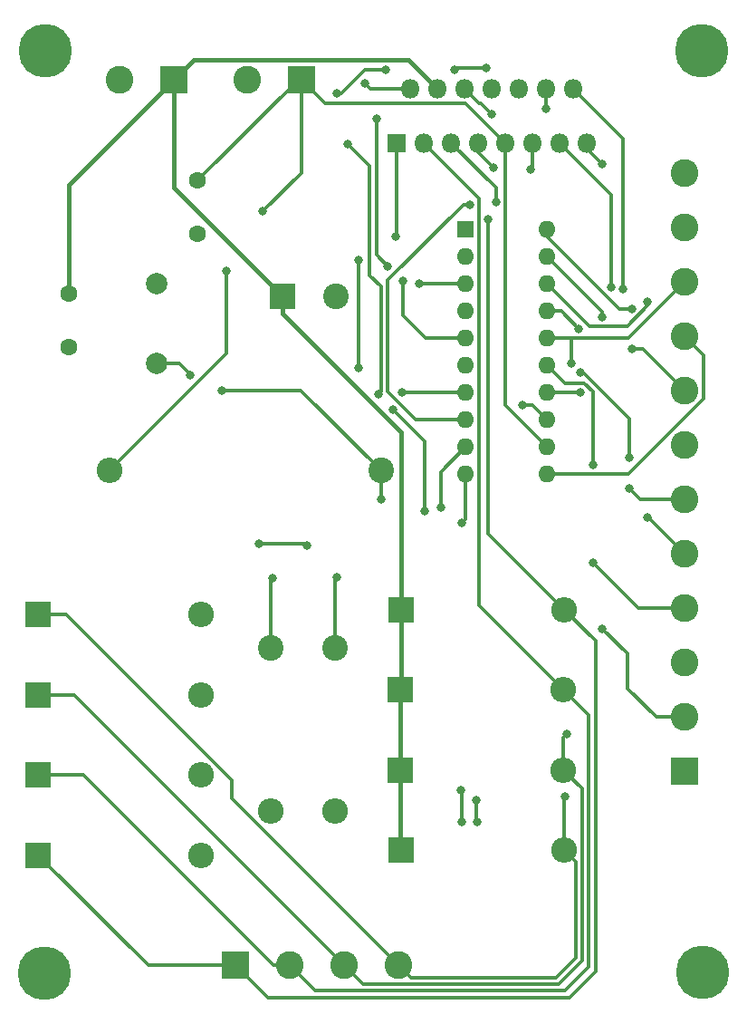
<source format=gbr>
%TF.GenerationSoftware,KiCad,Pcbnew,(7.0.0)*%
%TF.CreationDate,2023-04-19T19:54:13+02:00*%
%TF.ProjectId,steper_motor_controller,73746570-6572-45f6-9d6f-746f725f636f,REV1*%
%TF.SameCoordinates,Original*%
%TF.FileFunction,Copper,L1,Top*%
%TF.FilePolarity,Positive*%
%FSLAX46Y46*%
G04 Gerber Fmt 4.6, Leading zero omitted, Abs format (unit mm)*
G04 Created by KiCad (PCBNEW (7.0.0)) date 2023-04-19 19:54:13*
%MOMM*%
%LPD*%
G01*
G04 APERTURE LIST*
%TA.AperFunction,ComponentPad*%
%ADD10C,5.000000*%
%TD*%
%TA.AperFunction,ComponentPad*%
%ADD11R,2.400000X2.400000*%
%TD*%
%TA.AperFunction,ComponentPad*%
%ADD12O,2.400000X2.400000*%
%TD*%
%TA.AperFunction,ComponentPad*%
%ADD13R,2.600000X2.600000*%
%TD*%
%TA.AperFunction,ComponentPad*%
%ADD14C,2.600000*%
%TD*%
%TA.AperFunction,ComponentPad*%
%ADD15C,1.600000*%
%TD*%
%TA.AperFunction,ComponentPad*%
%ADD16C,2.000000*%
%TD*%
%TA.AperFunction,ComponentPad*%
%ADD17R,1.800000X1.800000*%
%TD*%
%TA.AperFunction,ComponentPad*%
%ADD18O,1.800000X1.800000*%
%TD*%
%TA.AperFunction,ComponentPad*%
%ADD19C,2.400000*%
%TD*%
%TA.AperFunction,ComponentPad*%
%ADD20R,1.600000X1.600000*%
%TD*%
%TA.AperFunction,ComponentPad*%
%ADD21O,1.600000X1.600000*%
%TD*%
%TA.AperFunction,ViaPad*%
%ADD22C,0.800000*%
%TD*%
%TA.AperFunction,Conductor*%
%ADD23C,0.310000*%
%TD*%
%TA.AperFunction,Conductor*%
%ADD24C,0.400000*%
%TD*%
G04 APERTURE END LIST*
D10*
%TO.P,,1*%
%TO.N,N/C*%
X181994500Y-137024500D03*
%TD*%
%TO.P,,1*%
%TO.N,N/C*%
X120465500Y-137044500D03*
%TD*%
%TO.P,,1*%
%TO.N,N/C*%
X181934500Y-50905500D03*
%TD*%
%TO.P,REF\u002A\u002A,1*%
%TO.N,N/C*%
X120575530Y-50895530D03*
%TD*%
D11*
%TO.P,D3,1,K*%
%TO.N,VS*%
X153759999Y-118083331D03*
D12*
%TO.P,D3,2,A*%
%TO.N,Net-(D3-A)*%
X168999999Y-118083331D03*
%TD*%
D13*
%TO.P,J3,1,Pin_1*%
%TO.N,GND*%
X180319999Y-118239999D03*
D14*
%TO.P,J3,2,Pin_2*%
%TO.N,/HALF*%
X180320000Y-113160000D03*
%TO.P,J3,3,Pin_3*%
%TO.N,/HOME*%
X180320000Y-108080000D03*
%TO.P,J3,4,Pin_4*%
%TO.N,/Vref*%
X180320000Y-103000000D03*
%TO.P,J3,5,Pin_5*%
%TO.N,/CLK*%
X180320000Y-97920000D03*
%TO.P,J3,6,Pin_6*%
%TO.N,/CW*%
X180320000Y-92840000D03*
%TO.P,J3,7,Pin_7*%
%TO.N,/ENA*%
X180320000Y-87760000D03*
%TO.P,J3,8,Pin_8*%
%TO.N,/RESET*%
X180320000Y-82680000D03*
%TO.P,J3,9,Pin_9*%
%TO.N,/CTRL*%
X180320000Y-77600000D03*
%TO.P,J3,10,Pin_10*%
%TO.N,/OSC*%
X180320000Y-72520000D03*
%TO.P,J3,11,Pin_11*%
%TO.N,/SYNC*%
X180320000Y-67440000D03*
%TO.P,J3,12,Pin_12*%
%TO.N,unconnected-(J3-Pin_12-Pad12)*%
X180320000Y-62360000D03*
%TD*%
D15*
%TO.P,C2,1*%
%TO.N,VSS*%
X134750000Y-63030000D03*
%TO.P,C2,2*%
%TO.N,GND*%
X134750000Y-68030000D03*
%TD*%
D13*
%TO.P,J1,1,Pin_1*%
%TO.N,VS*%
X132534999Y-53624999D03*
D14*
%TO.P,J1,2,Pin_2*%
%TO.N,GND*%
X127455000Y-53625000D03*
%TD*%
D11*
%TO.P,D8,1,K*%
%TO.N,Net-(D4-A)*%
X119869999Y-103559999D03*
D12*
%TO.P,D8,2,A*%
%TO.N,GND*%
X135109999Y-103559999D03*
%TD*%
D11*
%TO.P,D1,1,K*%
%TO.N,VS*%
X153769999Y-103089999D03*
D12*
%TO.P,D1,2,A*%
%TO.N,Net-(D1-A)*%
X169009999Y-103089999D03*
%TD*%
D11*
%TO.P,D5,1,K*%
%TO.N,Net-(D1-A)*%
X119869999Y-126049999D03*
D12*
%TO.P,D5,2,A*%
%TO.N,GND*%
X135109999Y-126049999D03*
%TD*%
D11*
%TO.P,D7,1,K*%
%TO.N,Net-(D3-A)*%
X119869999Y-111078749D03*
D12*
%TO.P,D7,2,A*%
%TO.N,GND*%
X135109999Y-111078749D03*
%TD*%
D16*
%TO.P,C1,1*%
%TO.N,/OSC*%
X130940000Y-80120000D03*
%TO.P,C1,2*%
%TO.N,GND*%
X130940000Y-72620000D03*
%TD*%
D15*
%TO.P,C3,1*%
%TO.N,VS*%
X122720000Y-73600000D03*
%TO.P,C3,2*%
%TO.N,GND*%
X122720000Y-78600000D03*
%TD*%
D11*
%TO.P,D6,1,K*%
%TO.N,Net-(D2-A)*%
X119869999Y-118553331D03*
D12*
%TO.P,D6,2,A*%
%TO.N,GND*%
X135109999Y-118553331D03*
%TD*%
D17*
%TO.P,U2,1,SENSE_A*%
%TO.N,/Rs1*%
X153369999Y-59499999D03*
D18*
%TO.P,U2,2,OUT1*%
%TO.N,Net-(D1-A)*%
X154639999Y-54419999D03*
%TO.P,U2,3,OUT2*%
%TO.N,Net-(D2-A)*%
X155909999Y-59499999D03*
%TO.P,U2,4,Vs*%
%TO.N,VS*%
X157179999Y-54419999D03*
%TO.P,U2,5,IN1*%
%TO.N,Net-(U1-A)*%
X158449999Y-59499999D03*
%TO.P,U2,6,EnA*%
%TO.N,Net-(U1-INH1)*%
X159719999Y-54419999D03*
%TO.P,U2,7,IN2*%
%TO.N,Net-(U1-B)*%
X160989999Y-59499999D03*
%TO.P,U2,8,GND*%
%TO.N,GND*%
X162259999Y-54419999D03*
%TO.P,U2,9,Vss*%
%TO.N,VSS*%
X163529999Y-59499999D03*
%TO.P,U2,10,IN3*%
%TO.N,Net-(U1-C)*%
X164799999Y-54419999D03*
%TO.P,U2,11,EnB*%
%TO.N,Net-(U1-INH2)*%
X166069999Y-59499999D03*
%TO.P,U2,12,IN4*%
%TO.N,Net-(U1-D)*%
X167339999Y-54419999D03*
%TO.P,U2,13,OUT3*%
%TO.N,Net-(D3-A)*%
X168609999Y-59499999D03*
%TO.P,U2,14,OUT4*%
%TO.N,Net-(D4-A)*%
X169879999Y-54419999D03*
%TO.P,U2,15,SENSE_B*%
%TO.N,/Rs2*%
X171149999Y-59499999D03*
%TD*%
D13*
%TO.P,J2,1,Pin_1*%
%TO.N,VSS*%
X144459999Y-53574999D03*
D14*
%TO.P,J2,2,Pin_2*%
%TO.N,GND*%
X139380000Y-53575000D03*
%TD*%
D19*
%TO.P,Rs1,1*%
%TO.N,/Rs1*%
X147650000Y-106670000D03*
D12*
%TO.P,Rs1,2*%
%TO.N,GND*%
X147649999Y-121909999D03*
%TD*%
D11*
%TO.P,D2,1,K*%
%TO.N,VS*%
X153729999Y-110608749D03*
D12*
%TO.P,D2,2,A*%
%TO.N,Net-(D2-A)*%
X168969999Y-110608749D03*
%TD*%
D13*
%TO.P,J4,1,Pin_1*%
%TO.N,Net-(D1-A)*%
X138319999Y-136344999D03*
D14*
%TO.P,J4,2,Pin_2*%
%TO.N,Net-(D2-A)*%
X143400000Y-136345000D03*
%TO.P,J4,3,Pin_3*%
%TO.N,Net-(D3-A)*%
X148480000Y-136345000D03*
%TO.P,J4,4,Pin_4*%
%TO.N,Net-(D4-A)*%
X153560000Y-136345000D03*
%TD*%
D11*
%TO.P,C4,1*%
%TO.N,VS*%
X142709999Y-73849999D03*
D19*
%TO.P,C4,2*%
%TO.N,GND*%
X147710000Y-73850000D03*
%TD*%
D11*
%TO.P,D4,1,K*%
%TO.N,VS*%
X153769999Y-125579999D03*
D12*
%TO.P,D4,2,A*%
%TO.N,Net-(D4-A)*%
X169009999Y-125579999D03*
%TD*%
D19*
%TO.P,Rs2,1*%
%TO.N,/Rs2*%
X141600000Y-106670000D03*
D12*
%TO.P,Rs2,2*%
%TO.N,GND*%
X141599999Y-121909999D03*
%TD*%
D20*
%TO.P,U1,1,SYNC*%
%TO.N,/SYNC*%
X159839999Y-67579999D03*
D21*
%TO.P,U1,2,GND*%
%TO.N,GND*%
X159839999Y-70119999D03*
%TO.P,U1,3,HOME*%
%TO.N,/HOME*%
X159839999Y-72659999D03*
%TO.P,U1,4,A*%
%TO.N,Net-(U1-A)*%
X159839999Y-75199999D03*
%TO.P,U1,5,INH1*%
%TO.N,Net-(U1-INH1)*%
X159839999Y-77739999D03*
%TO.P,U1,6,B*%
%TO.N,Net-(U1-B)*%
X159839999Y-80279999D03*
%TO.P,U1,7,C*%
%TO.N,Net-(U1-C)*%
X159839999Y-82819999D03*
%TO.P,U1,8,INH2*%
%TO.N,Net-(U1-INH2)*%
X159839999Y-85359999D03*
%TO.P,U1,9,D*%
%TO.N,Net-(U1-D)*%
X159839999Y-87899999D03*
%TO.P,U1,10,ENABLE*%
%TO.N,/ENA*%
X159839999Y-90439999D03*
%TO.P,U1,11,CONTROL*%
%TO.N,/CTRL*%
X167459999Y-90439999D03*
%TO.P,U1,12,Vs*%
%TO.N,VSS*%
X167459999Y-87899999D03*
%TO.P,U1,13,SENS2*%
%TO.N,/Rs2*%
X167459999Y-85359999D03*
%TO.P,U1,14,SENS1*%
%TO.N,/Rs1*%
X167459999Y-82819999D03*
%TO.P,U1,15,Vref*%
%TO.N,/Vref*%
X167459999Y-80279999D03*
%TO.P,U1,16,OSC*%
%TO.N,/OSC*%
X167459999Y-77739999D03*
%TO.P,U1,17,CW*%
%TO.N,/CW*%
X167459999Y-75199999D03*
%TO.P,U1,18,CLOCK*%
%TO.N,/CLK*%
X167459999Y-72659999D03*
%TO.P,U1,19,HALF*%
%TO.N,/HALF*%
X167459999Y-70119999D03*
%TO.P,U1,20,RESET*%
%TO.N,/RESET*%
X167459999Y-67579999D03*
%TD*%
D19*
%TO.P,R1,1*%
%TO.N,/OSC*%
X151920000Y-90110000D03*
D12*
%TO.P,R1,2*%
%TO.N,VSS*%
X126519999Y-90109999D03*
%TD*%
D22*
%TO.N,/HOME*%
X155520000Y-72640000D03*
X153053706Y-84446294D03*
X155990000Y-93940000D03*
X160820000Y-120870000D03*
X160950000Y-122970000D03*
%TO.N,/ENA*%
X159460000Y-95020000D03*
X159400000Y-119960000D03*
X159510000Y-122940000D03*
%TO.N,/SYNC*%
X147820000Y-54860000D03*
X158800000Y-52674500D03*
X161780000Y-52540000D03*
X152340000Y-52674500D03*
%TO.N,/CLK*%
X176880000Y-94510000D03*
X176880000Y-74370000D03*
%TO.N,/CW*%
X175110000Y-91800000D03*
X175170000Y-88880000D03*
X170590000Y-80930000D03*
X170420000Y-76850000D03*
%TO.N,/Vref*%
X171751000Y-89575500D03*
X171750000Y-98760000D03*
%TO.N,/HALF*%
X172615500Y-104880000D03*
X172615500Y-75750000D03*
%TO.N,/RESET*%
X175370000Y-78750000D03*
X175370000Y-75000000D03*
%TO.N,/Rs1*%
X144970000Y-97150000D03*
X140500000Y-96930000D03*
X149830000Y-80540000D03*
X149801886Y-70471886D03*
X153300000Y-68230000D03*
%TO.N,/OSC*%
X169700000Y-80070000D03*
X151970000Y-92790000D03*
%TO.N,Net-(U1-D)*%
X157510000Y-93530000D03*
X167330000Y-56340000D03*
%TO.N,Net-(U1-C)*%
X153901294Y-82848706D03*
X151708241Y-82945665D03*
X148850000Y-59590000D03*
%TO.N,Net-(U1-INH1)*%
X153980000Y-72390000D03*
X152550000Y-71029500D03*
X151500000Y-57220000D03*
X162310000Y-56830000D03*
%TO.N,Net-(U1-B)*%
X162448956Y-61818956D03*
%TO.N,Net-(U1-A)*%
X162665500Y-65000000D03*
%TO.N,Net-(U1-INH2)*%
X160240500Y-65250000D03*
X165950000Y-62020000D03*
%TO.N,/Rs2*%
X172570000Y-61440000D03*
%TO.N,/Rs1*%
X170590000Y-82800000D03*
X147830000Y-100100000D03*
%TO.N,/Rs2*%
X165130000Y-83960000D03*
X141790000Y-100190000D03*
%TO.N,/OSC*%
X134060000Y-81200000D03*
X137020000Y-82600000D03*
%TO.N,VSS*%
X140890000Y-65910000D03*
X137430000Y-71430000D03*
%TO.N,Net-(D1-A)*%
X150400000Y-53910000D03*
X161969500Y-66600000D03*
%TO.N,Net-(D3-A)*%
X173444402Y-73027006D03*
X169280000Y-114750000D03*
%TO.N,Net-(D4-A)*%
X169110000Y-120600000D03*
X174550000Y-73120000D03*
%TD*%
D23*
%TO.N,/HOME*%
X155540000Y-72660000D02*
X159840000Y-72660000D01*
X155520000Y-72640000D02*
X155540000Y-72660000D01*
X155990000Y-87382588D02*
X153053706Y-84446294D01*
X155990000Y-93940000D02*
X155990000Y-87382588D01*
X160820000Y-122840000D02*
X160820000Y-120870000D01*
X160950000Y-122970000D02*
X160820000Y-122840000D01*
%TO.N,/ENA*%
X159840000Y-94640000D02*
X159840000Y-90440000D01*
X159460000Y-95020000D02*
X159840000Y-94640000D01*
X159510000Y-120070000D02*
X159400000Y-119960000D01*
X159510000Y-122940000D02*
X159510000Y-120070000D01*
%TO.N,/SYNC*%
X150412205Y-52674500D02*
X148226705Y-54860000D01*
X148226705Y-54860000D02*
X147820000Y-54860000D01*
X152340000Y-52674500D02*
X150412205Y-52674500D01*
X158934500Y-52540000D02*
X158800000Y-52674500D01*
X161780000Y-52540000D02*
X158934500Y-52540000D01*
%TO.N,/CLK*%
X176910000Y-94510000D02*
X180320000Y-97920000D01*
X176880000Y-94510000D02*
X176910000Y-94510000D01*
X174978295Y-76615000D02*
X176880000Y-74713295D01*
X176880000Y-74713295D02*
X176880000Y-74370000D01*
X171415000Y-76615000D02*
X174978295Y-76615000D01*
X167460000Y-72660000D02*
X171415000Y-76615000D01*
%TO.N,/CW*%
X176150000Y-92840000D02*
X180320000Y-92840000D01*
X175110000Y-91800000D02*
X176150000Y-92840000D01*
X170820107Y-80930000D02*
X175170000Y-85279893D01*
X175170000Y-85279893D02*
X175170000Y-88880000D01*
X168770000Y-75200000D02*
X170420000Y-76850000D01*
X170590000Y-80930000D02*
X170820107Y-80930000D01*
X167460000Y-75200000D02*
X168770000Y-75200000D01*
%TO.N,/Vref*%
X175990000Y-103000000D02*
X180320000Y-103000000D01*
X171750000Y-98760000D02*
X175990000Y-103000000D01*
X171751000Y-82737705D02*
X171751000Y-89575500D01*
X169115000Y-81935000D02*
X170948295Y-81935000D01*
X167460000Y-80280000D02*
X169115000Y-81935000D01*
X170948295Y-81935000D02*
X171751000Y-82737705D01*
%TO.N,/CTRL*%
X182085000Y-79365000D02*
X180320000Y-77600000D01*
X175056087Y-90440000D02*
X182085000Y-83411087D01*
X182085000Y-83411087D02*
X182085000Y-79365000D01*
X167460000Y-90440000D02*
X175056087Y-90440000D01*
%TO.N,/HALF*%
X177650000Y-113160000D02*
X180320000Y-113160000D01*
X174950000Y-110460000D02*
X177650000Y-113160000D01*
X172615500Y-104880000D02*
X174950000Y-107214500D01*
X172615500Y-75275500D02*
X172615500Y-75750000D01*
X174950000Y-107214500D02*
X174950000Y-110460000D01*
X167460000Y-70120000D02*
X172615500Y-75275500D01*
%TO.N,/RESET*%
X175370000Y-78750000D02*
X176390000Y-78750000D01*
X176390000Y-78750000D02*
X180320000Y-82680000D01*
X174194101Y-75000000D02*
X175370000Y-75000000D01*
X167460000Y-68265899D02*
X174194101Y-75000000D01*
X167460000Y-67580000D02*
X167460000Y-68265899D01*
%TO.N,/Rs1*%
X144750000Y-96930000D02*
X144970000Y-97150000D01*
X140500000Y-96930000D02*
X144750000Y-96930000D01*
X149801886Y-70471886D02*
X149801886Y-80511886D01*
X149801886Y-80511886D02*
X149830000Y-80540000D01*
X153370000Y-68160000D02*
X153300000Y-68230000D01*
X153370000Y-59500000D02*
X153370000Y-68160000D01*
%TO.N,/OSC*%
X169770000Y-77740000D02*
X175100000Y-77740000D01*
X167460000Y-77740000D02*
X169770000Y-77740000D01*
X169700000Y-77810000D02*
X169770000Y-77740000D01*
X169700000Y-80070000D02*
X169700000Y-77810000D01*
X151920000Y-90110000D02*
X151920000Y-92740000D01*
X151920000Y-92740000D02*
X151970000Y-92790000D01*
%TO.N,Net-(U1-D)*%
X157510000Y-90230000D02*
X159840000Y-87900000D01*
X157510000Y-93530000D02*
X157510000Y-90230000D01*
X167340000Y-56330000D02*
X167330000Y-56340000D01*
X167340000Y-54420000D02*
X167340000Y-56330000D01*
%TO.N,Net-(U1-C)*%
X153901294Y-82848706D02*
X153930000Y-82820000D01*
X153930000Y-82820000D02*
X159840000Y-82820000D01*
X151920000Y-82733906D02*
X151708241Y-82945665D01*
X151920000Y-72890000D02*
X151920000Y-82733906D01*
X150880000Y-71850000D02*
X151920000Y-72890000D01*
X150880000Y-61620000D02*
X150880000Y-68700000D01*
X148850000Y-59590000D02*
X150880000Y-61620000D01*
X150880000Y-68700000D02*
X150880000Y-71850000D01*
%TO.N,Net-(U1-INH1)*%
X153980000Y-75650000D02*
X156070000Y-77740000D01*
X156070000Y-77740000D02*
X159840000Y-77740000D01*
X153980000Y-72390000D02*
X153980000Y-75650000D01*
X151500000Y-69979500D02*
X152550000Y-71029500D01*
X151500000Y-57220000D02*
X151500000Y-69979500D01*
X161085000Y-55785000D02*
X161265000Y-55785000D01*
X161265000Y-55785000D02*
X162310000Y-56830000D01*
X159720000Y-54420000D02*
X161085000Y-55785000D01*
%TO.N,Net-(U1-B)*%
X160990000Y-60360000D02*
X162448956Y-61818956D01*
X160990000Y-59500000D02*
X160990000Y-60360000D01*
%TO.N,Net-(U1-A)*%
X162665500Y-63715500D02*
X162665500Y-65000000D01*
X158450000Y-59500000D02*
X162665500Y-63715500D01*
%TO.N,Net-(U1-INH2)*%
X152540000Y-82710000D02*
X155190000Y-85360000D01*
X152540000Y-72350000D02*
X152540000Y-82710000D01*
X160240500Y-65250000D02*
X159640000Y-65250000D01*
X159640000Y-65250000D02*
X152540000Y-72350000D01*
X155190000Y-85360000D02*
X159840000Y-85360000D01*
X166070000Y-61900000D02*
X165950000Y-62020000D01*
X166070000Y-59500000D02*
X166070000Y-61900000D01*
%TO.N,/Rs2*%
X171150000Y-60020000D02*
X172570000Y-61440000D01*
X171150000Y-59500000D02*
X171150000Y-60020000D01*
%TO.N,/Rs1*%
X170570000Y-82820000D02*
X167460000Y-82820000D01*
X147650000Y-100280000D02*
X147830000Y-100100000D01*
X170590000Y-82800000D02*
X170570000Y-82820000D01*
X147650000Y-106670000D02*
X147650000Y-100280000D01*
%TO.N,/Rs2*%
X166060000Y-83960000D02*
X167460000Y-85360000D01*
X165130000Y-83960000D02*
X166060000Y-83960000D01*
X141600000Y-106670000D02*
X141600000Y-100380000D01*
X141600000Y-100380000D02*
X141790000Y-100190000D01*
%TO.N,/OSC*%
X175100000Y-77740000D02*
X180320000Y-72520000D01*
X134060000Y-81120000D02*
X134060000Y-81200000D01*
X144410000Y-82600000D02*
X137020000Y-82600000D01*
X130940000Y-80120000D02*
X133060000Y-80120000D01*
X133810000Y-80870000D02*
X134060000Y-81120000D01*
X133060000Y-80120000D02*
X133810000Y-80870000D01*
X151920000Y-90110000D02*
X144410000Y-82600000D01*
%TO.N,VSS*%
X144460000Y-62340000D02*
X140890000Y-65910000D01*
X144205000Y-53575000D02*
X144460000Y-53575000D01*
X163530000Y-59500000D02*
X163530000Y-83970000D01*
X144460000Y-53575000D02*
X146670000Y-55785000D01*
X159815000Y-55785000D02*
X163530000Y-59500000D01*
X163530000Y-83970000D02*
X167460000Y-87900000D01*
X134750000Y-63030000D02*
X144205000Y-53575000D01*
X137430000Y-79200000D02*
X126520000Y-90110000D01*
X144460000Y-53575000D02*
X144460000Y-62340000D01*
X146670000Y-55785000D02*
X159815000Y-55785000D01*
X137430000Y-71430000D02*
X137430000Y-79200000D01*
D24*
%TO.N,VS*%
X142710000Y-73850000D02*
X142710000Y-75450000D01*
X153730000Y-118053332D02*
X153760000Y-118083332D01*
X132535000Y-53625000D02*
X132535000Y-63675000D01*
X132535000Y-63675000D02*
X142710000Y-73850000D01*
X132535000Y-53625000D02*
X122720000Y-63440000D01*
X122720000Y-63440000D02*
X122720000Y-73600000D01*
X132535000Y-53625000D02*
X134395000Y-51765000D01*
X153770000Y-103090000D02*
X153770000Y-110568750D01*
X153730000Y-110608750D02*
X153730000Y-118053332D01*
X153760000Y-118083332D02*
X153760000Y-125570000D01*
X153770000Y-86510000D02*
X153770000Y-103090000D01*
X154525000Y-51765000D02*
X157180000Y-54420000D01*
X142710000Y-75450000D02*
X153770000Y-86510000D01*
X153770000Y-110568750D02*
X153730000Y-110608750D01*
X153760000Y-125570000D02*
X153770000Y-125580000D01*
X134395000Y-51765000D02*
X154525000Y-51765000D01*
D23*
%TO.N,Net-(D1-A)*%
X171970000Y-106050000D02*
X169010000Y-103090000D01*
X138320000Y-136345000D02*
X141325000Y-139350000D01*
X138320000Y-136345000D02*
X130165000Y-136345000D01*
X130165000Y-136345000D02*
X119870000Y-126050000D01*
X161969500Y-96049500D02*
X161969500Y-66600000D01*
X150910000Y-54420000D02*
X154640000Y-54420000D01*
X150400000Y-53910000D02*
X150910000Y-54420000D01*
X141325000Y-139350000D02*
X169520000Y-139350000D01*
X169520000Y-139350000D02*
X171970000Y-136900000D01*
X171970000Y-136900000D02*
X171970000Y-106050000D01*
X169010000Y-103090000D02*
X161969500Y-96049500D01*
%TO.N,Net-(D2-A)*%
X171350000Y-112988750D02*
X168970000Y-110608750D01*
X168970000Y-110608750D02*
X161105000Y-102743750D01*
X161105000Y-102743750D02*
X161105000Y-64695000D01*
X143400000Y-136345000D02*
X145785000Y-138730000D01*
X171350000Y-136520000D02*
X171350000Y-112988750D01*
X143400000Y-136345000D02*
X141850000Y-136345000D01*
X161105000Y-64695000D02*
X155910000Y-59500000D01*
X124058332Y-118553332D02*
X119870000Y-118553332D01*
X169140000Y-138730000D02*
X171350000Y-136520000D01*
X141850000Y-136345000D02*
X124058332Y-118553332D01*
X145785000Y-138730000D02*
X169140000Y-138730000D01*
%TO.N,Net-(D3-A)*%
X148480000Y-136345000D02*
X123213750Y-111078750D01*
X170730000Y-135920000D02*
X170730000Y-119813332D01*
X168540000Y-138110000D02*
X170730000Y-135920000D01*
X170730000Y-119813332D02*
X169000000Y-118083332D01*
X169000000Y-118083332D02*
X169000000Y-115030000D01*
X173444402Y-73027006D02*
X173444402Y-64334402D01*
X169000000Y-115030000D02*
X169280000Y-114750000D01*
X173444402Y-64334402D02*
X168610000Y-59500000D01*
X148480000Y-136345000D02*
X150245000Y-138110000D01*
X123213750Y-111078750D02*
X119870000Y-111078750D01*
X150245000Y-138110000D02*
X168540000Y-138110000D01*
%TO.N,Net-(D4-A)*%
X169010000Y-120700000D02*
X169110000Y-120600000D01*
X154705000Y-137490000D02*
X168280000Y-137490000D01*
X170110000Y-135660000D02*
X170110000Y-126680000D01*
X174550000Y-73120000D02*
X174550000Y-59090000D01*
X122471334Y-103560000D02*
X119870000Y-103560000D01*
X169010000Y-125580000D02*
X169010000Y-120700000D01*
X174550000Y-59090000D02*
X169880000Y-54420000D01*
X170110000Y-126680000D02*
X169010000Y-125580000D01*
X137955000Y-120740000D02*
X137955000Y-119043666D01*
X168280000Y-137490000D02*
X170110000Y-135660000D01*
X153560000Y-136345000D02*
X154705000Y-137490000D01*
X153560000Y-136345000D02*
X137955000Y-120740000D01*
X137955000Y-119043666D02*
X122471334Y-103560000D01*
%TD*%
M02*

</source>
